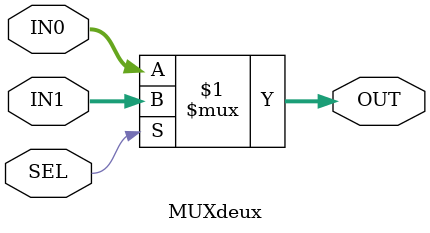
<source format=v>
module MUXdeux(
    output wire[15:0] OUT,
    input wire[15:0] IN0,
    input wire[15:0] IN1,
    input wire SEL
);

assign OUT=SEL?IN1:IN0;
endmodule

</source>
